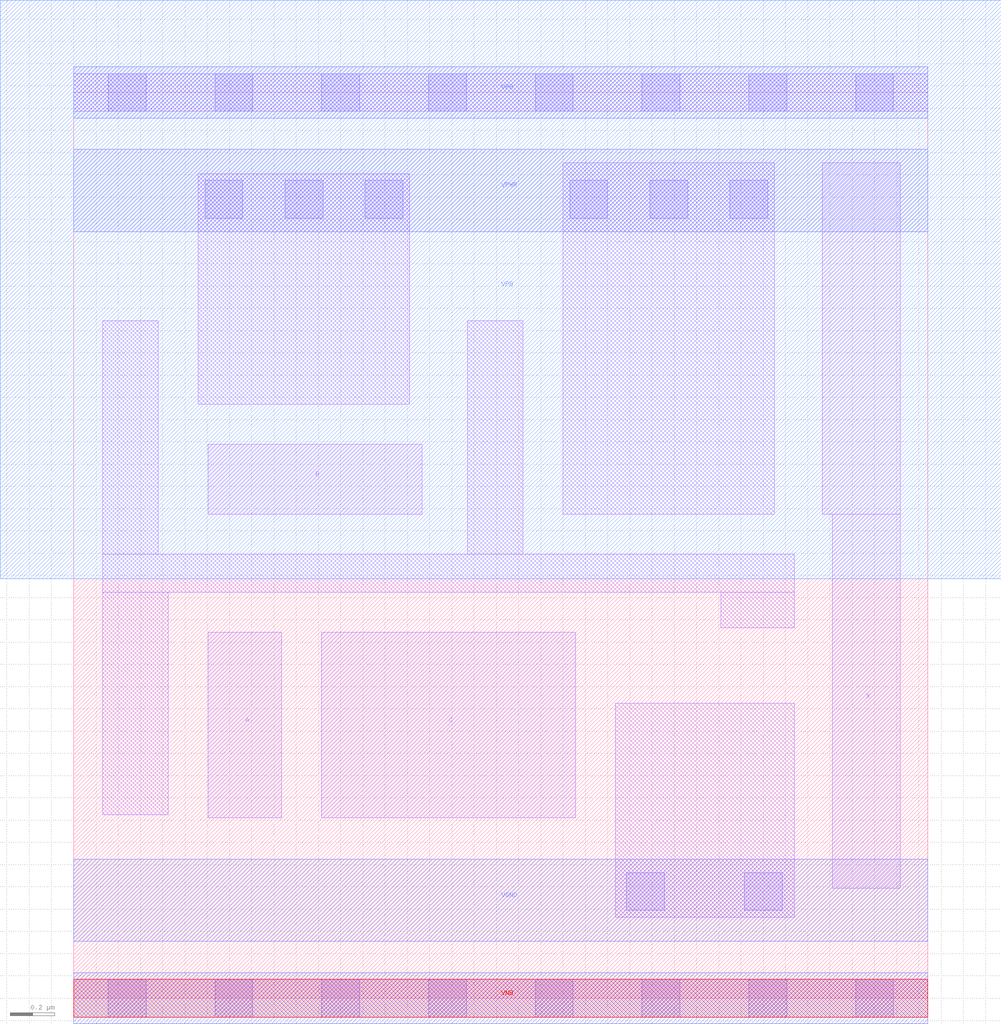
<source format=lef>
# Copyright 2020 The SkyWater PDK Authors
#
# Licensed under the Apache License, Version 2.0 (the "License");
# you may not use this file except in compliance with the License.
# You may obtain a copy of the License at
#
#     https://www.apache.org/licenses/LICENSE-2.0
#
# Unless required by applicable law or agreed to in writing, software
# distributed under the License is distributed on an "AS IS" BASIS,
# WITHOUT WARRANTIES OR CONDITIONS OF ANY KIND, either express or implied.
# See the License for the specific language governing permissions and
# limitations under the License.
#
# SPDX-License-Identifier: Apache-2.0

VERSION 5.7 ;
  NOWIREEXTENSIONATPIN ON ;
  DIVIDERCHAR "/" ;
  BUSBITCHARS "[]" ;
MACRO sky130_fd_sc_hvl__and3_1
  CLASS CORE ;
  FOREIGN sky130_fd_sc_hvl__and3_1 ;
  ORIGIN  0.000000  0.000000 ;
  SIZE  3.840000 BY  4.070000 ;
  SYMMETRY X Y ;
  SITE unithv ;
  PIN A
    ANTENNAGATEAREA  0.420000 ;
    DIRECTION INPUT ;
    USE SIGNAL ;
    PORT
      LAYER li1 ;
        RECT 0.605000 0.810000 0.935000 1.645000 ;
    END
  END A
  PIN B
    ANTENNAGATEAREA  0.420000 ;
    DIRECTION INPUT ;
    USE SIGNAL ;
    PORT
      LAYER li1 ;
        RECT 0.605000 2.175000 1.565000 2.490000 ;
    END
  END B
  PIN C
    ANTENNAGATEAREA  0.420000 ;
    DIRECTION INPUT ;
    USE SIGNAL ;
    PORT
      LAYER li1 ;
        RECT 1.115000 0.810000 2.255000 1.645000 ;
    END
  END C
  PIN X
    ANTENNADIFFAREA  0.626250 ;
    DIRECTION OUTPUT ;
    USE SIGNAL ;
    PORT
      LAYER li1 ;
        RECT 3.365000 2.175000 3.715000 3.755000 ;
        RECT 3.410000 0.495000 3.715000 2.175000 ;
    END
  END X
  PIN VGND
    DIRECTION INOUT ;
    USE GROUND ;
    PORT
      LAYER met1 ;
        RECT 0.000000 0.255000 3.840000 0.625000 ;
    END
  END VGND
  PIN VNB
    DIRECTION INOUT ;
    USE GROUND ;
    PORT
      LAYER met1 ;
        RECT 0.000000 -0.115000 3.840000 0.115000 ;
      LAYER pwell ;
        RECT 0.000000 -0.085000 3.840000 0.085000 ;
    END
  END VNB
  PIN VPB
    DIRECTION INOUT ;
    USE POWER ;
    PORT
      LAYER met1 ;
        RECT 0.000000 3.955000 3.840000 4.185000 ;
      LAYER nwell ;
        RECT -0.330000 1.885000 4.170000 4.485000 ;
    END
  END VPB
  PIN VPWR
    DIRECTION INOUT ;
    USE POWER ;
    PORT
      LAYER met1 ;
        RECT 0.000000 3.445000 3.840000 3.815000 ;
    END
  END VPWR
  OBS
    LAYER li1 ;
      RECT 0.000000 -0.085000 3.840000 0.085000 ;
      RECT 0.000000  3.985000 3.840000 4.155000 ;
      RECT 0.130000  0.825000 0.425000 1.825000 ;
      RECT 0.130000  1.825000 3.240000 1.995000 ;
      RECT 0.130000  1.995000 0.380000 3.045000 ;
      RECT 0.560000  2.670000 1.510000 3.705000 ;
      RECT 1.770000  1.995000 2.020000 3.045000 ;
      RECT 2.200000  2.175000 3.150000 3.755000 ;
      RECT 2.435000  0.365000 3.240000 1.325000 ;
      RECT 2.910000  1.665000 3.240000 1.825000 ;
    LAYER mcon ;
      RECT 0.155000 -0.085000 0.325000 0.085000 ;
      RECT 0.155000  3.985000 0.325000 4.155000 ;
      RECT 0.590000  3.505000 0.760000 3.675000 ;
      RECT 0.635000 -0.085000 0.805000 0.085000 ;
      RECT 0.635000  3.985000 0.805000 4.155000 ;
      RECT 0.950000  3.505000 1.120000 3.675000 ;
      RECT 1.115000 -0.085000 1.285000 0.085000 ;
      RECT 1.115000  3.985000 1.285000 4.155000 ;
      RECT 1.310000  3.505000 1.480000 3.675000 ;
      RECT 1.595000 -0.085000 1.765000 0.085000 ;
      RECT 1.595000  3.985000 1.765000 4.155000 ;
      RECT 2.075000 -0.085000 2.245000 0.085000 ;
      RECT 2.075000  3.985000 2.245000 4.155000 ;
      RECT 2.230000  3.505000 2.400000 3.675000 ;
      RECT 2.485000  0.395000 2.655000 0.565000 ;
      RECT 2.555000 -0.085000 2.725000 0.085000 ;
      RECT 2.555000  3.985000 2.725000 4.155000 ;
      RECT 2.590000  3.505000 2.760000 3.675000 ;
      RECT 2.950000  3.505000 3.120000 3.675000 ;
      RECT 3.015000  0.395000 3.185000 0.565000 ;
      RECT 3.035000 -0.085000 3.205000 0.085000 ;
      RECT 3.035000  3.985000 3.205000 4.155000 ;
      RECT 3.515000 -0.085000 3.685000 0.085000 ;
      RECT 3.515000  3.985000 3.685000 4.155000 ;
  END
END sky130_fd_sc_hvl__and3_1
END LIBRARY

</source>
